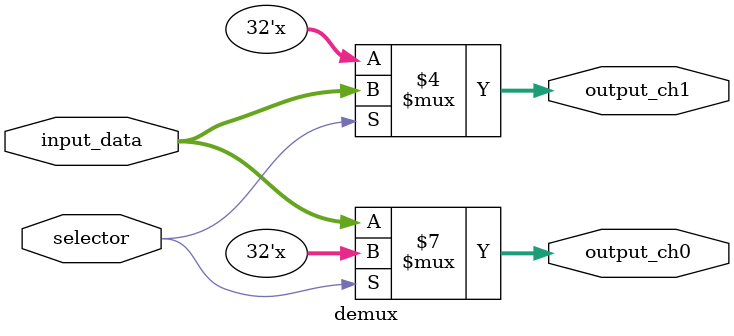
<source format=v>
module demux(
    input wire[31:0] input_data,
    input wire selector,
    output reg[31:0] output_ch0,
    output reg[31:0] output_ch1
);

always@(*) 
    begin
        if(!selector)
        begin
            output_ch0 = input_data;  // Canal 0 seleccionado
            output_ch1 = 32'bz;      // Alta impedancia
        end
        else
        begin
            output_ch1 = input_data;  // Canal 1 seleccionado
            output_ch0 = 32'bz;      // Alta impedancia
        end
    end
endmodule

</source>
